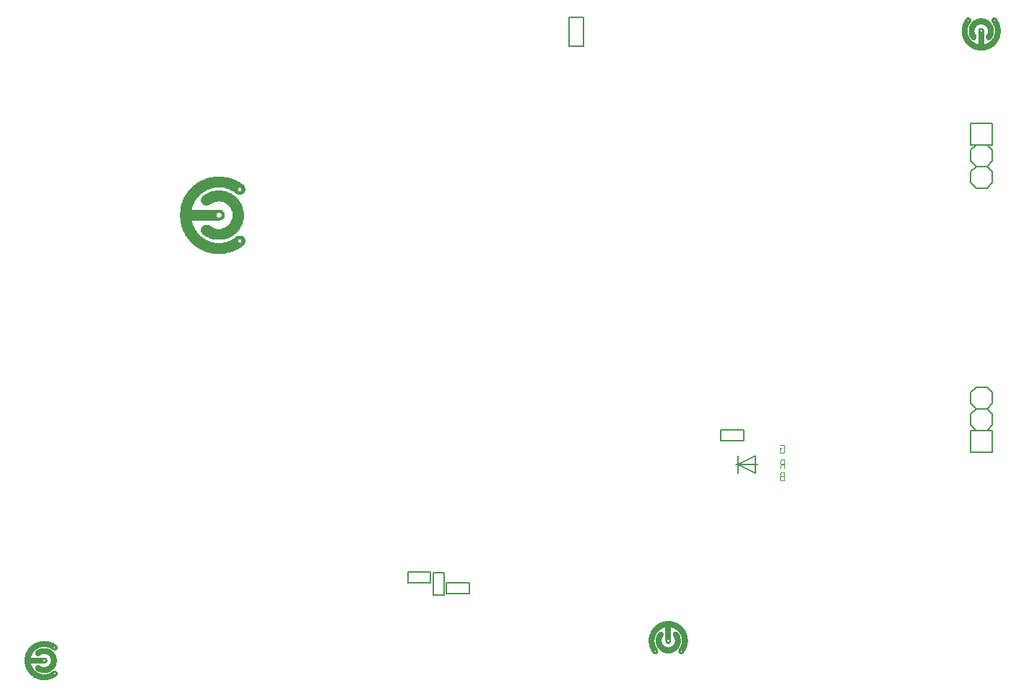
<source format=gbo>
G04 Layer_Color=32896*
%FSLAX44Y44*%
%MOMM*%
G71*
G01*
G75*
%ADD38C,0.2000*%
%ADD69C,0.0254*%
%ADD70C,0.0508*%
G36*
X1063510Y355166D02*
X1063529Y355400D01*
X1063627Y355829D01*
X1063783Y356219D01*
X1063958Y356531D01*
X1064134Y356804D01*
X1064270Y356999D01*
X1064348Y357058D01*
X1064387Y357117D01*
X1064407Y357136D01*
X1064426Y357155D01*
X1064602Y357312D01*
X1064778Y357468D01*
X1065168Y357702D01*
X1065538Y357858D01*
X1065889Y357975D01*
X1066182Y358053D01*
X1066319Y358072D01*
X1066436D01*
X1066514Y358092D01*
X1066592D01*
X1066631D01*
X1066650D01*
X1069284D01*
X1069459Y358072D01*
X1069576Y358014D01*
X1069674Y357916D01*
X1069732Y357838D01*
X1069771Y357741D01*
X1069791Y357643D01*
Y348085D01*
X1069771Y347909D01*
X1069713Y347792D01*
X1069615Y347695D01*
X1069518Y347636D01*
X1069440Y347597D01*
X1069342Y347577D01*
X1069284D01*
X1069264D01*
X1069089Y347597D01*
X1068952Y347655D01*
X1068874Y347753D01*
X1068796Y347850D01*
X1068757Y347929D01*
X1068737Y348026D01*
Y351791D01*
X1066650D01*
X1066572D01*
X1066514D01*
X1066475Y351772D01*
X1066455D01*
X1064504Y347870D01*
X1064446Y347772D01*
X1064368Y347695D01*
X1064290Y347655D01*
X1064192Y347616D01*
X1064075Y347577D01*
X1064036D01*
X1064017D01*
X1063880Y347597D01*
X1063763Y347655D01*
X1063685Y347714D01*
X1063666Y347733D01*
X1063568Y347850D01*
X1063510Y347968D01*
X1063490Y348046D01*
Y348182D01*
X1063510Y348260D01*
X1063529Y348319D01*
X1063549Y348338D01*
X1065382Y352006D01*
X1065051Y352162D01*
X1064758Y352337D01*
X1064504Y352552D01*
X1064290Y352786D01*
X1064095Y353020D01*
X1063958Y353254D01*
X1063822Y353508D01*
X1063724Y353742D01*
X1063646Y353976D01*
X1063588Y354210D01*
X1063549Y354405D01*
X1063510Y354580D01*
Y354717D01*
X1063490Y354834D01*
Y354932D01*
X1063510Y355166D01*
D02*
G37*
G36*
Y375241D02*
X1063568Y375377D01*
X1063666Y375455D01*
X1063744Y375533D01*
X1063841Y375572D01*
X1063939Y375592D01*
X1063997D01*
X1064017D01*
X1067177D01*
X1067567Y375553D01*
X1067918Y375475D01*
X1068250Y375338D01*
X1068503Y375202D01*
X1068737Y375065D01*
X1068894Y374929D01*
X1068991Y374851D01*
X1069030Y374812D01*
X1069284Y374519D01*
X1069479Y374207D01*
X1069596Y373895D01*
X1069693Y373602D01*
X1069752Y373349D01*
X1069771Y373134D01*
X1069791Y373056D01*
Y367691D01*
X1069752Y367301D01*
X1069674Y366950D01*
X1069557Y366618D01*
X1069401Y366365D01*
X1069264Y366131D01*
X1069147Y365975D01*
X1069069Y365877D01*
X1069030Y365838D01*
X1068737Y365585D01*
X1068425Y365390D01*
X1068113Y365272D01*
X1067821Y365175D01*
X1067567Y365116D01*
X1067352Y365097D01*
X1067274Y365077D01*
X1067216D01*
X1067196D01*
X1067177D01*
X1064017D01*
X1063841Y365097D01*
X1063705Y365155D01*
X1063627Y365233D01*
X1063549Y365331D01*
X1063510Y365429D01*
X1063490Y365507D01*
Y370852D01*
X1063510Y371027D01*
X1063568Y371164D01*
X1063666Y371242D01*
X1063744Y371320D01*
X1063841Y371359D01*
X1063939Y371378D01*
X1063997D01*
X1064017D01*
X1065597D01*
X1065772Y371359D01*
X1065909Y371300D01*
X1065987Y371203D01*
X1066065Y371125D01*
X1066104Y371027D01*
X1066124Y370930D01*
Y370852D01*
X1066104Y370676D01*
X1066046Y370539D01*
X1065948Y370461D01*
X1065850Y370383D01*
X1065772Y370344D01*
X1065675Y370325D01*
X1065616D01*
X1065597D01*
X1064543D01*
Y366131D01*
X1067177D01*
X1067411Y366150D01*
X1067626Y366209D01*
X1067821Y366267D01*
X1067977Y366365D01*
X1068113Y366443D01*
X1068211Y366502D01*
X1068269Y366560D01*
X1068289Y366580D01*
X1068445Y366755D01*
X1068542Y366950D01*
X1068620Y367126D01*
X1068679Y367301D01*
X1068718Y367457D01*
X1068737Y367574D01*
Y372958D01*
X1068718Y373192D01*
X1068659Y373407D01*
X1068601Y373602D01*
X1068503Y373758D01*
X1068425Y373895D01*
X1068367Y373992D01*
X1068308Y374051D01*
X1068289Y374070D01*
X1068113Y374226D01*
X1067918Y374343D01*
X1067743Y374421D01*
X1067567Y374480D01*
X1067411Y374519D01*
X1067294Y374538D01*
X1067196D01*
X1067177D01*
X1064017D01*
X1063841Y374558D01*
X1063705Y374616D01*
X1063627Y374714D01*
X1063549Y374812D01*
X1063510Y374889D01*
X1063490Y374987D01*
Y375065D01*
X1063510Y375241D01*
D02*
G37*
G36*
Y336050D02*
X1063549Y336342D01*
X1063627Y336635D01*
X1063724Y336889D01*
X1063841Y337142D01*
X1063958Y337357D01*
X1064095Y337552D01*
X1064231Y337747D01*
X1064387Y337903D01*
X1064524Y338040D01*
X1064641Y338157D01*
X1064758Y338234D01*
X1064855Y338313D01*
X1064934Y338371D01*
X1064973Y338391D01*
X1064992Y338410D01*
X1064817Y338566D01*
X1064660Y338722D01*
X1064543Y338898D01*
X1064426Y339054D01*
X1064251Y339405D01*
X1064134Y339737D01*
X1064075Y340010D01*
X1064036Y340244D01*
X1064017Y340341D01*
Y340458D01*
X1064056Y340868D01*
X1064134Y341219D01*
X1064251Y341531D01*
X1064387Y341804D01*
X1064543Y342038D01*
X1064660Y342195D01*
X1064738Y342292D01*
X1064778Y342331D01*
X1065070Y342585D01*
X1065382Y342780D01*
X1065694Y342916D01*
X1066006Y342994D01*
X1066260Y343053D01*
X1066455Y343072D01*
X1066533Y343092D01*
X1066592D01*
X1066631D01*
X1066650D01*
X1069284D01*
X1069459Y343072D01*
X1069576Y343014D01*
X1069674Y342916D01*
X1069732Y342838D01*
X1069771Y342741D01*
X1069791Y342643D01*
Y333085D01*
X1069771Y332909D01*
X1069713Y332792D01*
X1069635Y332695D01*
X1069537Y332636D01*
X1069440Y332597D01*
X1069362Y332577D01*
X1069303D01*
X1069284D01*
X1066650D01*
X1066416Y332597D01*
X1066182Y332617D01*
X1065753Y332714D01*
X1065363Y332870D01*
X1065051Y333046D01*
X1064778Y333202D01*
X1064582Y333358D01*
X1064524Y333416D01*
X1064465Y333455D01*
X1064446Y333494D01*
X1064426D01*
X1064270Y333670D01*
X1064114Y333845D01*
X1063880Y334236D01*
X1063724Y334606D01*
X1063607Y334957D01*
X1063529Y335250D01*
X1063510Y335387D01*
Y335504D01*
X1063490Y335601D01*
Y335718D01*
X1063510Y336050D01*
D02*
G37*
%LPC*%
G36*
X1064543Y355088D02*
Y354932D01*
X1064563Y354619D01*
X1064641Y354327D01*
X1064738Y354073D01*
X1064855Y353859D01*
X1064973Y353683D01*
X1065070Y353566D01*
X1065148Y353469D01*
X1065168Y353449D01*
X1065402Y353254D01*
X1065655Y353098D01*
X1065909Y353000D01*
X1066143Y352922D01*
X1066338Y352883D01*
X1066494Y352864D01*
X1066611Y352844D01*
X1066631D01*
X1066650D01*
X1068737D01*
Y357038D01*
X1066650D01*
X1066338Y357019D01*
X1066046Y356941D01*
X1065792Y356843D01*
X1065577Y356726D01*
X1065402Y356609D01*
X1065285Y356512D01*
X1065187Y356434D01*
X1065168Y356414D01*
X1064953Y356180D01*
X1064797Y355927D01*
X1064699Y355673D01*
X1064621Y355439D01*
X1064582Y355244D01*
X1064543Y355088D01*
D02*
G37*
G36*
X1065070Y340575D02*
Y340458D01*
X1065090Y340224D01*
X1065148Y340010D01*
X1065226Y339815D01*
X1065304Y339639D01*
X1065382Y339502D01*
X1065460Y339405D01*
X1065519Y339346D01*
X1065538Y339327D01*
X1065714Y339171D01*
X1065909Y339073D01*
X1066104Y338995D01*
X1066260Y338937D01*
X1066416Y338898D01*
X1066533Y338878D01*
X1066631D01*
X1066650D01*
X1068737D01*
Y342038D01*
X1066650D01*
X1066416Y342019D01*
X1066201Y341960D01*
X1066006Y341882D01*
X1065850Y341804D01*
X1065714Y341726D01*
X1065616Y341648D01*
X1065558Y341590D01*
X1065538Y341570D01*
X1065382Y341395D01*
X1065265Y341200D01*
X1065187Y341005D01*
X1065129Y340849D01*
X1065090Y340692D01*
X1065070Y340575D01*
D02*
G37*
G36*
X1064543Y335874D02*
Y335718D01*
X1064563Y335406D01*
X1064641Y335113D01*
X1064738Y334860D01*
X1064855Y334645D01*
X1064973Y334470D01*
X1065070Y334353D01*
X1065148Y334255D01*
X1065168Y334236D01*
X1065402Y334040D01*
X1065655Y333884D01*
X1065909Y333787D01*
X1066143Y333709D01*
X1066338Y333670D01*
X1066494Y333650D01*
X1066611Y333631D01*
X1066631D01*
X1066650D01*
X1068737D01*
Y337825D01*
X1066650D01*
X1066338Y337805D01*
X1066046Y337727D01*
X1065792Y337630D01*
X1065577Y337513D01*
X1065402Y337396D01*
X1065285Y337298D01*
X1065187Y337220D01*
X1065168Y337201D01*
X1064953Y336967D01*
X1064797Y336713D01*
X1064699Y336459D01*
X1064621Y336225D01*
X1064582Y336030D01*
X1064543Y335874D01*
D02*
G37*
%LPD*%
D38*
X1293910Y702258D02*
X1287560Y695908D01*
Y683208D01*
X1293910Y676858D01*
X1306610D01*
X1312960Y683208D02*
X1306610Y676858D01*
X1312960Y695908D02*
Y683208D01*
X1306610Y702258D02*
X1312960Y695908D01*
Y753058D02*
Y727658D01*
X1306610D02*
X1312960Y721308D01*
Y708608D01*
X1306610Y702258D01*
X1293910D02*
X1306610D01*
X1287560Y708608D02*
X1293910Y702258D01*
X1287560Y721308D02*
Y708608D01*
X1293910Y727658D02*
X1287560Y721308D01*
Y753058D02*
X1312960D01*
X1287560Y727658D02*
X1312960D01*
X1287560Y753058D02*
Y727658D01*
X1312960Y424008D02*
X1306610Y417658D01*
X1312960Y436708D02*
Y424008D01*
X1306610Y443058D02*
X1312960Y436708D01*
X1293910Y443058D02*
X1306610D01*
X1293910D02*
X1287560Y436708D01*
Y424008D01*
X1293910Y417658D01*
X1287560Y392258D02*
Y366858D01*
Y398608D02*
X1293910Y392258D01*
X1287560Y411308D02*
Y398608D01*
X1293910Y417658D02*
X1287560Y411308D01*
X1293910Y417658D02*
X1306610D01*
X1312960Y411308D01*
Y398608D01*
X1306610Y392258D01*
X1287560Y366858D02*
X1312960D01*
X1287560Y392258D02*
X1312960D01*
Y366858D01*
X816740Y843042D02*
Y877042D01*
X833240Y843042D02*
Y877042D01*
X816740D01*
X833240Y843042D02*
X816740D01*
X669750Y225500D02*
Y199000D01*
X657250Y225500D02*
Y199000D01*
X669750D01*
X657250Y225500D02*
X669750D01*
X627500Y226250D02*
X654000D01*
X627500Y213750D02*
X654000D01*
Y226250D02*
Y213750D01*
X627500Y226250D02*
Y213750D01*
X673000Y201000D02*
X699500D01*
X673000Y213500D02*
X699500D01*
X673000D02*
Y201000D01*
X699500Y213500D02*
Y201000D01*
X1014791Y342577D02*
Y362577D01*
X1034791Y342577D02*
Y362577D01*
X1037291Y352577D02*
X1012291D01*
X1014791D02*
X1034791Y362577D01*
Y342577D02*
X1014791Y352577D01*
X1021291Y393077D02*
X994791D01*
X1021291Y380577D02*
X994791D01*
X1021291D02*
Y393077D01*
X994791Y380577D02*
Y393077D01*
D69*
X199238Y145082D02*
X202540D01*
X197206Y144828D02*
X204572D01*
X195682Y144574D02*
X205842D01*
X194666Y144320D02*
X206858D01*
X193904Y144066D02*
X207874D01*
X193142Y143812D02*
X208636D01*
X192634Y143558D02*
X209144D01*
X191872Y143304D02*
X209906D01*
X191364Y143050D02*
X210414D01*
X190856Y142796D02*
X210922D01*
X190348Y142542D02*
X211430D01*
X189840Y142288D02*
X211938D01*
X189332Y142034D02*
X212446D01*
X189078Y141780D02*
X212700D01*
X188570Y141526D02*
X213208D01*
X188062Y141272D02*
X213462D01*
X187808Y141018D02*
X213970D01*
X187554Y140764D02*
X214224D01*
X187046Y140510D02*
X214478D01*
X186792Y140256D02*
X214986D01*
X186538Y140002D02*
X215240D01*
X186284Y139748D02*
X215494D01*
X185776Y139494D02*
X215748D01*
X185522Y139240D02*
X215748D01*
X185268Y138986D02*
X216002D01*
X213716Y138732D02*
X216002D01*
X203556D02*
X212700D01*
X185014D02*
X198222D01*
X213970Y138478D02*
X216256D01*
X204826D02*
X212192D01*
X184760D02*
X196952D01*
X214224Y138224D02*
X216256D01*
X205588D02*
X212192D01*
X184506D02*
X195936D01*
X214224Y137970D02*
X216256D01*
X206350D02*
X211938D01*
X184252D02*
X195174D01*
X214224Y137716D02*
X216256D01*
X207112D02*
X211938D01*
X183998D02*
X194666D01*
X214224Y137462D02*
X216256D01*
X207620D02*
X211938D01*
X183998D02*
X194158D01*
X214224Y137208D02*
X216256D01*
X208128D02*
X211938D01*
X183744D02*
X193650D01*
X213970Y136954D02*
X216256D01*
X208636D02*
X212192D01*
X183490D02*
X193142D01*
X213716Y136700D02*
X216002D01*
X209144D02*
X212446D01*
X198222D02*
X203556D01*
X183236D02*
X192634D01*
X209652Y136446D02*
X216002D01*
X196952D02*
X204572D01*
X182982D02*
X192126D01*
X209906Y136192D02*
X215748D01*
X196190D02*
X205588D01*
X182728D02*
X191872D01*
X210414Y135938D02*
X215748D01*
X195428D02*
X206096D01*
X182728D02*
X191364D01*
X210668Y135684D02*
X215494D01*
X194920D02*
X206858D01*
X182474D02*
X191110D01*
X210922Y135430D02*
X215240D01*
X194412D02*
X207366D01*
X182220D02*
X190856D01*
X211430Y135176D02*
X214986D01*
X193904D02*
X207874D01*
X182220D02*
X190348D01*
X211684Y134922D02*
X214478D01*
X193396D02*
X208128D01*
X181966D02*
X190094D01*
X212446Y134668D02*
X213716D01*
X192888D02*
X208636D01*
X181712D02*
X189840D01*
X192634Y134414D02*
X209144D01*
X181712D02*
X189586D01*
X192380Y134160D02*
X209398D01*
X181458D02*
X189332D01*
X191872Y133906D02*
X209652D01*
X181204D02*
X189078D01*
X191618Y133652D02*
X209906D01*
X181204D02*
X188824D01*
X191364Y133398D02*
X210414D01*
X180950D02*
X188570D01*
X191110Y133144D02*
X210668D01*
X180950D02*
X188316D01*
X191110Y132890D02*
X210922D01*
X180696D02*
X188062D01*
X190856Y132636D02*
X211176D01*
X180696D02*
X188062D01*
X190856Y132382D02*
X211430D01*
X180442D02*
X187808D01*
X190602Y132128D02*
X211684D01*
X180442D02*
X187554D01*
X190602Y131874D02*
X211938D01*
X180188D02*
X187300D01*
X190602Y131620D02*
X211938D01*
X180188D02*
X187300D01*
X190602Y131366D02*
X212192D01*
X179934D02*
X187046D01*
X190602Y131112D02*
X212446D01*
X179934D02*
X186792D01*
X190602Y130858D02*
X212700D01*
X179934D02*
X186792D01*
X202286Y130604D02*
X212700D01*
X190602D02*
X199238D01*
X179680D02*
X186538D01*
X203302Y130350D02*
X212954D01*
X190856D02*
X198222D01*
X179680D02*
X186538D01*
X204064Y130096D02*
X213208D01*
X190856D02*
X197714D01*
X179426D02*
X186284D01*
X204572Y129842D02*
X213208D01*
X190856D02*
X197206D01*
X179426D02*
X186284D01*
X205080Y129588D02*
X213462D01*
X191110D02*
X196698D01*
X179426D02*
X186030D01*
X205334Y129334D02*
X213462D01*
X191364D02*
X196190D01*
X179172D02*
X186030D01*
X205842Y129080D02*
X213716D01*
X191618D02*
X195936D01*
X179172D02*
X185776D01*
X206096Y128826D02*
X213716D01*
X191872D02*
X195428D01*
X179172D02*
X185776D01*
X206350Y128572D02*
X213970D01*
X192380D02*
X195174D01*
X179172D02*
X185522D01*
X206604Y128318D02*
X213970D01*
X192888D02*
X194412D01*
X178918D02*
X185522D01*
X206858Y128064D02*
X214224D01*
X178918D02*
X185522D01*
X207112Y127810D02*
X214224D01*
X178918D02*
X185268D01*
X207366Y127556D02*
X214478D01*
X178918D02*
X185268D01*
X207620Y127302D02*
X214478D01*
X178664D02*
X185268D01*
X207620Y127048D02*
X214478D01*
X178664D02*
X185014D01*
X207874Y126794D02*
X214732D01*
X178664D02*
X185014D01*
X207874Y126540D02*
X214732D01*
X178664D02*
X185014D01*
X208128Y126286D02*
X214732D01*
X178664D02*
X184760D01*
X208382Y126032D02*
X214732D01*
X178410D02*
X184760D01*
X208382Y125778D02*
X214986D01*
X178410D02*
X184760D01*
X208382Y125524D02*
X214986D01*
X178410D02*
X201524D01*
X208636Y125270D02*
X214986D01*
X178410D02*
X202286D01*
X208636Y125016D02*
X214986D01*
X178410D02*
X202794D01*
X208636Y124762D02*
X214986D01*
X178410D02*
X203048D01*
X208890Y124508D02*
X215240D01*
X178410D02*
X203302D01*
X208890Y124254D02*
X215240D01*
X178410D02*
X203556D01*
X208890Y124000D02*
X215240D01*
X201524D02*
X203556D01*
X178410D02*
X200000D01*
X208890Y123746D02*
X215240D01*
X202032D02*
X203810D01*
X178156D02*
X199746D01*
X208890Y123492D02*
X215240D01*
X202286D02*
X203810D01*
X178156D02*
X199492D01*
X209144Y123238D02*
X215240D01*
X202286D02*
X204064D01*
X178156D02*
X199492D01*
X209144Y122984D02*
X215240D01*
X202540D02*
X204064D01*
X178156D02*
X199238D01*
X209144Y122730D02*
X215240D01*
X202540D02*
X204064D01*
X178156D02*
X199238D01*
X209144Y122476D02*
X215240D01*
X202540D02*
X204064D01*
X178156D02*
X199238D01*
X209144Y122222D02*
X215240D01*
X202540D02*
X204064D01*
X178156D02*
X199238D01*
X209144Y121968D02*
X215240D01*
X202540D02*
X204064D01*
X178156D02*
X199238D01*
X208890Y121714D02*
X215240D01*
X202286D02*
X203810D01*
X178156D02*
X199492D01*
X208890Y121460D02*
X215240D01*
X202032D02*
X203810D01*
X178156D02*
X199492D01*
X208890Y121206D02*
X215240D01*
X201778D02*
X203810D01*
X178410D02*
X200000D01*
X208890Y120952D02*
X215240D01*
X201270D02*
X203556D01*
X178410D02*
X200254D01*
X208890Y120698D02*
X215240D01*
X178410D02*
X203556D01*
X208890Y120444D02*
X214986D01*
X178410D02*
X203302D01*
X208636Y120190D02*
X214986D01*
X178410D02*
X203048D01*
X208636Y119936D02*
X214986D01*
X178410D02*
X202794D01*
X208636Y119682D02*
X214986D01*
X178410D02*
X202286D01*
X208382Y119428D02*
X214986D01*
X178410D02*
X201270D01*
X208382Y119174D02*
X214986D01*
X178410D02*
X184760D01*
X208128Y118920D02*
X214732D01*
X178410D02*
X184760D01*
X208128Y118666D02*
X214732D01*
X178664D02*
X185014D01*
X207874Y118412D02*
X214732D01*
X178664D02*
X185014D01*
X207874Y118158D02*
X214478D01*
X178664D02*
X185014D01*
X207620Y117904D02*
X214478D01*
X178664D02*
X185014D01*
X207366Y117650D02*
X214478D01*
X178664D02*
X185268D01*
X207112Y117396D02*
X214224D01*
X178918D02*
X185268D01*
X207112Y117142D02*
X214224D01*
X178918D02*
X185268D01*
X206858Y116888D02*
X214224D01*
X178918D02*
X185522D01*
X206604Y116634D02*
X213970D01*
X192634D02*
X194666D01*
X178918D02*
X185522D01*
X206350Y116380D02*
X213970D01*
X192126D02*
X195428D01*
X179172D02*
X185776D01*
X205842Y116126D02*
X213716D01*
X191618D02*
X195682D01*
X179172D02*
X185776D01*
X205588Y115872D02*
X213716D01*
X191364D02*
X195936D01*
X179172D02*
X185776D01*
X205334Y115618D02*
X213462D01*
X191364D02*
X196444D01*
X179426D02*
X186030D01*
X204826Y115364D02*
X213462D01*
X191110D02*
X196698D01*
X179426D02*
X186030D01*
X204318Y115110D02*
X213208D01*
X190856D02*
X197206D01*
X179426D02*
X186284D01*
X203810Y114856D02*
X212954D01*
X190856D02*
X197968D01*
X179680D02*
X186284D01*
X203048Y114602D02*
X212954D01*
X190856D02*
X198730D01*
X179680D02*
X186538D01*
X201778Y114348D02*
X212700D01*
X190602D02*
X200000D01*
X179680D02*
X186538D01*
X190602Y114094D02*
X212446D01*
X179934D02*
X186792D01*
X190602Y113840D02*
X212446D01*
X179934D02*
X187046D01*
X190602Y113586D02*
X212192D01*
X180188D02*
X187046D01*
X190602Y113332D02*
X211938D01*
X180188D02*
X187300D01*
X190602Y113078D02*
X211684D01*
X180188D02*
X187554D01*
X190856Y112824D02*
X211430D01*
X180442D02*
X187554D01*
X190856Y112570D02*
X211176D01*
X180442D02*
X187808D01*
X190856Y112316D02*
X210922D01*
X180696D02*
X188062D01*
X191110Y112062D02*
X210668D01*
X180696D02*
X188316D01*
X191364Y111808D02*
X210414D01*
X180950D02*
X188570D01*
X191364Y111554D02*
X210160D01*
X181204D02*
X188570D01*
X191872Y111300D02*
X209906D01*
X181204D02*
X188824D01*
X192126Y111046D02*
X209652D01*
X181458D02*
X189078D01*
X192380Y110792D02*
X209144D01*
X181458D02*
X189332D01*
X192888Y110538D02*
X208890D01*
X181712D02*
X189586D01*
X212192Y110284D02*
X214224D01*
X193142D02*
X208382D01*
X181966D02*
X189840D01*
X211430Y110030D02*
X214732D01*
X193650D02*
X208128D01*
X181966D02*
X190348D01*
X211176Y109776D02*
X214986D01*
X194158D02*
X207620D01*
X182220D02*
X190602D01*
X210922Y109522D02*
X215494D01*
X194666D02*
X207112D01*
X182474D02*
X190856D01*
X210414Y109268D02*
X215494D01*
X195174D02*
X206604D01*
X182474D02*
X191110D01*
X210160Y109014D02*
X215748D01*
X195682D02*
X205842D01*
X182728D02*
X191618D01*
X209652Y108760D02*
X216002D01*
X196444D02*
X205080D01*
X182982D02*
X191872D01*
X213716Y108506D02*
X216002D01*
X209398D02*
X212700D01*
X197460D02*
X204318D01*
X183236D02*
X192380D01*
X213970Y108252D02*
X216002D01*
X208890D02*
X212192D01*
X198730D02*
X202794D01*
X183236D02*
X192888D01*
X214224Y107998D02*
X216256D01*
X208382D02*
X212192D01*
X183490D02*
X193142D01*
X214224Y107744D02*
X216256D01*
X207874D02*
X211938D01*
X183744D02*
X193650D01*
X214224Y107490D02*
X216256D01*
X207366D02*
X211938D01*
X183998D02*
X194412D01*
X214224Y107236D02*
X216256D01*
X206858D02*
X211938D01*
X184252D02*
X194920D01*
X214224Y106982D02*
X216256D01*
X206096D02*
X211938D01*
X184506D02*
X195682D01*
X213970Y106728D02*
X216256D01*
X205334D02*
X212192D01*
X184760D02*
X196444D01*
X213716Y106474D02*
X216002D01*
X204318D02*
X212446D01*
X185014D02*
X197460D01*
X202794Y106220D02*
X216002D01*
X185268D02*
X198984D01*
X185522Y105966D02*
X216002D01*
X185776Y105712D02*
X215748D01*
X186030Y105458D02*
X215494D01*
X186284Y105204D02*
X215494D01*
X186538Y104950D02*
X215240D01*
X187046Y104696D02*
X214732D01*
X187300Y104442D02*
X214478D01*
X187554Y104188D02*
X214224D01*
X188062Y103934D02*
X213716D01*
X188316Y103680D02*
X213462D01*
X188824Y103426D02*
X212954D01*
X189078Y103172D02*
X212700D01*
X189586Y102918D02*
X212192D01*
X190094Y102664D02*
X211684D01*
X190602Y102410D02*
X211176D01*
X191110Y102156D02*
X210668D01*
X191618Y101902D02*
X210160D01*
X192126Y101648D02*
X209652D01*
X192888Y101394D02*
X208890D01*
X193396Y101140D02*
X208128D01*
X194158Y100886D02*
X207366D01*
X195174Y100632D02*
X206604D01*
X196190Y100378D02*
X205334D01*
X197714Y100124D02*
X203810D01*
X1276876Y860042D02*
Y863344D01*
X1277130Y858010D02*
Y865376D01*
X1277384Y856486D02*
Y866646D01*
X1277638Y855470D02*
Y867662D01*
X1277892Y854708D02*
Y868678D01*
X1278146Y853946D02*
Y869440D01*
X1278400Y853438D02*
Y869948D01*
X1278654Y852676D02*
Y870710D01*
X1278908Y852168D02*
Y871218D01*
X1279162Y851660D02*
Y871726D01*
X1279416Y851152D02*
Y872234D01*
X1279670Y850644D02*
Y872742D01*
X1279924Y850136D02*
Y873250D01*
X1280178Y849882D02*
Y873504D01*
X1280432Y849374D02*
Y874012D01*
X1280686Y848866D02*
Y874266D01*
X1280940Y848612D02*
Y874774D01*
X1281194Y848358D02*
Y875028D01*
X1281448Y847850D02*
Y875282D01*
X1281702Y847596D02*
Y875790D01*
X1281956Y847342D02*
Y876044D01*
X1282210Y847088D02*
Y876298D01*
X1282464Y846580D02*
Y876552D01*
X1282718Y846326D02*
Y876552D01*
X1282972Y846072D02*
Y876806D01*
X1283226Y874520D02*
Y876806D01*
Y864360D02*
Y873504D01*
Y845818D02*
Y859026D01*
X1283480Y874774D02*
Y877060D01*
Y865630D02*
Y872996D01*
Y845564D02*
Y857756D01*
X1283734Y875028D02*
Y877060D01*
Y866392D02*
Y872996D01*
Y845310D02*
Y856740D01*
X1283988Y875028D02*
Y877060D01*
Y867154D02*
Y872742D01*
Y845056D02*
Y855978D01*
X1284242Y875028D02*
Y877060D01*
Y867916D02*
Y872742D01*
Y844802D02*
Y855470D01*
X1284496Y875028D02*
Y877060D01*
Y868424D02*
Y872742D01*
Y844802D02*
Y854962D01*
X1284750Y875028D02*
Y877060D01*
Y868932D02*
Y872742D01*
Y844548D02*
Y854454D01*
X1285004Y874774D02*
Y877060D01*
Y869440D02*
Y872996D01*
Y844294D02*
Y853946D01*
X1285258Y874520D02*
Y876806D01*
Y869948D02*
Y873250D01*
Y859026D02*
Y864360D01*
Y844040D02*
Y853438D01*
X1285512Y870456D02*
Y876806D01*
Y857756D02*
Y865376D01*
Y843786D02*
Y852930D01*
X1285766Y870710D02*
Y876552D01*
Y856994D02*
Y866392D01*
Y843532D02*
Y852676D01*
X1286020Y871218D02*
Y876552D01*
Y856232D02*
Y866900D01*
Y843532D02*
Y852168D01*
X1286274Y871472D02*
Y876298D01*
Y855724D02*
Y867662D01*
Y843278D02*
Y851914D01*
X1286528Y871726D02*
Y876044D01*
Y855216D02*
Y868170D01*
Y843024D02*
Y851660D01*
X1286782Y872234D02*
Y875790D01*
Y854708D02*
Y868678D01*
Y843024D02*
Y851152D01*
X1287036Y872488D02*
Y875282D01*
Y854200D02*
Y868932D01*
Y842770D02*
Y850898D01*
X1287290Y873250D02*
Y874520D01*
Y853692D02*
Y869440D01*
Y842516D02*
Y850644D01*
X1287544Y853438D02*
Y869948D01*
Y842516D02*
Y850390D01*
X1287798Y853184D02*
Y870202D01*
Y842262D02*
Y850136D01*
X1288052Y852676D02*
Y870456D01*
Y842008D02*
Y849882D01*
X1288306Y852422D02*
Y870710D01*
Y842008D02*
Y849628D01*
X1288560Y852168D02*
Y871218D01*
Y841754D02*
Y849374D01*
X1288814Y851914D02*
Y871472D01*
Y841754D02*
Y849120D01*
X1289068Y851914D02*
Y871726D01*
Y841500D02*
Y848866D01*
X1289322Y851660D02*
Y871980D01*
Y841500D02*
Y848866D01*
X1289576Y851660D02*
Y872234D01*
Y841246D02*
Y848612D01*
X1289830Y851406D02*
Y872488D01*
Y841246D02*
Y848358D01*
X1290084Y851406D02*
Y872742D01*
Y840992D02*
Y848104D01*
X1290338Y851406D02*
Y872742D01*
Y840992D02*
Y848104D01*
X1290592Y851406D02*
Y872996D01*
Y840738D02*
Y847850D01*
X1290846Y851406D02*
Y873250D01*
Y840738D02*
Y847596D01*
X1291100Y851406D02*
Y873504D01*
Y840738D02*
Y847596D01*
X1291354Y863090D02*
Y873504D01*
Y851406D02*
Y860042D01*
Y840484D02*
Y847342D01*
X1291608Y864106D02*
Y873758D01*
Y851660D02*
Y859026D01*
Y840484D02*
Y847342D01*
X1291862Y864868D02*
Y874012D01*
Y851660D02*
Y858518D01*
Y840230D02*
Y847088D01*
X1292116Y865376D02*
Y874012D01*
Y851660D02*
Y858010D01*
Y840230D02*
Y847088D01*
X1292370Y865884D02*
Y874266D01*
Y851914D02*
Y857502D01*
Y840230D02*
Y846834D01*
X1292624Y866138D02*
Y874266D01*
Y852168D02*
Y856994D01*
Y839976D02*
Y846834D01*
X1292878Y866646D02*
Y874520D01*
Y852422D02*
Y856740D01*
Y839976D02*
Y846580D01*
X1293132Y866900D02*
Y874520D01*
Y852676D02*
Y856232D01*
Y839976D02*
Y846580D01*
X1293386Y867154D02*
Y874774D01*
Y853184D02*
Y855978D01*
Y839976D02*
Y846326D01*
X1293640Y867408D02*
Y874774D01*
Y853692D02*
Y855216D01*
Y839722D02*
Y846326D01*
X1293894Y867662D02*
Y875028D01*
Y839722D02*
Y846326D01*
X1294148Y867916D02*
Y875028D01*
Y839722D02*
Y846072D01*
X1294402Y868170D02*
Y875282D01*
Y839722D02*
Y846072D01*
X1294656Y868424D02*
Y875282D01*
Y839468D02*
Y846072D01*
X1294910Y868424D02*
Y875282D01*
Y839468D02*
Y845818D01*
X1295164Y868678D02*
Y875536D01*
Y839468D02*
Y845818D01*
X1295418Y868678D02*
Y875536D01*
Y839468D02*
Y845818D01*
X1295672Y868932D02*
Y875536D01*
Y839468D02*
Y845564D01*
X1295926Y869186D02*
Y875536D01*
Y839214D02*
Y845564D01*
X1296180Y869186D02*
Y875790D01*
Y839214D02*
Y845564D01*
X1296434Y869186D02*
Y875790D01*
Y839214D02*
Y862328D01*
X1296688Y869440D02*
Y875790D01*
Y839214D02*
Y863090D01*
X1296942Y869440D02*
Y875790D01*
Y839214D02*
Y863598D01*
X1297196Y869440D02*
Y875790D01*
Y839214D02*
Y863852D01*
X1297450Y869694D02*
Y876044D01*
Y839214D02*
Y864106D01*
X1297704Y869694D02*
Y876044D01*
Y839214D02*
Y864360D01*
X1297958Y869694D02*
Y876044D01*
Y862328D02*
Y864360D01*
Y839214D02*
Y860804D01*
X1298212Y869694D02*
Y876044D01*
Y862836D02*
Y864614D01*
Y838960D02*
Y860550D01*
X1298466Y869694D02*
Y876044D01*
Y863090D02*
Y864614D01*
Y838960D02*
Y860296D01*
X1298720Y869948D02*
Y876044D01*
Y863090D02*
Y864868D01*
Y838960D02*
Y860296D01*
X1298974Y869948D02*
Y876044D01*
Y863344D02*
Y864868D01*
Y838960D02*
Y860042D01*
X1299228Y869948D02*
Y876044D01*
Y863344D02*
Y864868D01*
Y838960D02*
Y860042D01*
X1299482Y869948D02*
Y876044D01*
Y863344D02*
Y864868D01*
Y838960D02*
Y860042D01*
X1299736Y869948D02*
Y876044D01*
Y863344D02*
Y864868D01*
Y838960D02*
Y860042D01*
X1299990Y869948D02*
Y876044D01*
Y863344D02*
Y864868D01*
Y838960D02*
Y860042D01*
X1300244Y869694D02*
Y876044D01*
Y863090D02*
Y864614D01*
Y838960D02*
Y860296D01*
X1300498Y869694D02*
Y876044D01*
Y862836D02*
Y864614D01*
Y838960D02*
Y860296D01*
X1300752Y869694D02*
Y876044D01*
Y862582D02*
Y864614D01*
Y839214D02*
Y860804D01*
X1301006Y869694D02*
Y876044D01*
Y862074D02*
Y864360D01*
Y839214D02*
Y861058D01*
X1301260Y869694D02*
Y876044D01*
Y839214D02*
Y864360D01*
X1301514Y869694D02*
Y875790D01*
Y839214D02*
Y864106D01*
X1301768Y869440D02*
Y875790D01*
Y839214D02*
Y863852D01*
X1302022Y869440D02*
Y875790D01*
Y839214D02*
Y863598D01*
X1302276Y869440D02*
Y875790D01*
Y839214D02*
Y863090D01*
X1302530Y869186D02*
Y875790D01*
Y839214D02*
Y862074D01*
X1302784Y869186D02*
Y875790D01*
Y839214D02*
Y845564D01*
X1303038Y868932D02*
Y875536D01*
Y839214D02*
Y845564D01*
X1303292Y868932D02*
Y875536D01*
Y839468D02*
Y845818D01*
X1303546Y868678D02*
Y875536D01*
Y839468D02*
Y845818D01*
X1303800Y868678D02*
Y875282D01*
Y839468D02*
Y845818D01*
X1304054Y868424D02*
Y875282D01*
Y839468D02*
Y845818D01*
X1304308Y868170D02*
Y875282D01*
Y839468D02*
Y846072D01*
X1304562Y867916D02*
Y875028D01*
Y839722D02*
Y846072D01*
X1304816Y867916D02*
Y875028D01*
Y839722D02*
Y846072D01*
X1305070Y867662D02*
Y875028D01*
Y839722D02*
Y846326D01*
X1305324Y867408D02*
Y874774D01*
Y853438D02*
Y855470D01*
Y839722D02*
Y846326D01*
X1305578Y867154D02*
Y874774D01*
Y852930D02*
Y856232D01*
Y839976D02*
Y846580D01*
X1305832Y866646D02*
Y874520D01*
Y852422D02*
Y856486D01*
Y839976D02*
Y846580D01*
X1306086Y866392D02*
Y874520D01*
Y852168D02*
Y856740D01*
Y839976D02*
Y846580D01*
X1306340Y866138D02*
Y874266D01*
Y852168D02*
Y857248D01*
Y840230D02*
Y846834D01*
X1306594Y865630D02*
Y874266D01*
Y851914D02*
Y857502D01*
Y840230D02*
Y846834D01*
X1306848Y865122D02*
Y874012D01*
Y851660D02*
Y858010D01*
Y840230D02*
Y847088D01*
X1307102Y864614D02*
Y873758D01*
Y851660D02*
Y858772D01*
Y840484D02*
Y847088D01*
X1307356Y863852D02*
Y873758D01*
Y851660D02*
Y859534D01*
Y840484D02*
Y847342D01*
X1307610Y862582D02*
Y873504D01*
Y851406D02*
Y860804D01*
Y840484D02*
Y847342D01*
X1307864Y851406D02*
Y873250D01*
Y840738D02*
Y847596D01*
X1308118Y851406D02*
Y873250D01*
Y840738D02*
Y847850D01*
X1308372Y851406D02*
Y872996D01*
Y840992D02*
Y847850D01*
X1308626Y851406D02*
Y872742D01*
Y840992D02*
Y848104D01*
X1308880Y851406D02*
Y872488D01*
Y840992D02*
Y848358D01*
X1309134Y851660D02*
Y872234D01*
Y841246D02*
Y848358D01*
X1309388Y851660D02*
Y871980D01*
Y841246D02*
Y848612D01*
X1309642Y851660D02*
Y871726D01*
Y841500D02*
Y848866D01*
X1309896Y851914D02*
Y871472D01*
Y841500D02*
Y849120D01*
X1310150Y852168D02*
Y871218D01*
Y841754D02*
Y849374D01*
X1310404Y852168D02*
Y870964D01*
Y842008D02*
Y849374D01*
X1310658Y852676D02*
Y870710D01*
Y842008D02*
Y849628D01*
X1310912Y852930D02*
Y870456D01*
Y842262D02*
Y849882D01*
X1311166Y853184D02*
Y869948D01*
Y842262D02*
Y850136D01*
X1311420Y853692D02*
Y869694D01*
Y842516D02*
Y850390D01*
X1311674Y872996D02*
Y875028D01*
Y853946D02*
Y869186D01*
Y842770D02*
Y850644D01*
X1311928Y872234D02*
Y875536D01*
Y854454D02*
Y868932D01*
Y842770D02*
Y851152D01*
X1312182Y871980D02*
Y875790D01*
Y854962D02*
Y868424D01*
Y843024D02*
Y851406D01*
X1312436Y871726D02*
Y876298D01*
Y855470D02*
Y867916D01*
Y843278D02*
Y851660D01*
X1312690Y871218D02*
Y876298D01*
Y855978D02*
Y867408D01*
Y843278D02*
Y851914D01*
X1312944Y870964D02*
Y876552D01*
Y856486D02*
Y866646D01*
Y843532D02*
Y852422D01*
X1313198Y870456D02*
Y876806D01*
Y857248D02*
Y865884D01*
Y843786D02*
Y852676D01*
X1313452Y874520D02*
Y876806D01*
Y870202D02*
Y873504D01*
Y858264D02*
Y865122D01*
Y844040D02*
Y853184D01*
X1313706Y874774D02*
Y876806D01*
Y869694D02*
Y872996D01*
Y859534D02*
Y863598D01*
Y844040D02*
Y853692D01*
X1313960Y875028D02*
Y877060D01*
Y869186D02*
Y872996D01*
Y844294D02*
Y853946D01*
X1314214Y875028D02*
Y877060D01*
Y868678D02*
Y872742D01*
Y844548D02*
Y854454D01*
X1314468Y875028D02*
Y877060D01*
Y868170D02*
Y872742D01*
Y844802D02*
Y855216D01*
X1314722Y875028D02*
Y877060D01*
Y867662D02*
Y872742D01*
Y845056D02*
Y855724D01*
X1314976Y875028D02*
Y877060D01*
Y866900D02*
Y872742D01*
Y845310D02*
Y856486D01*
X1315230Y874774D02*
Y877060D01*
Y866138D02*
Y872996D01*
Y845564D02*
Y857248D01*
X1315484Y874520D02*
Y876806D01*
Y865122D02*
Y873250D01*
Y845818D02*
Y858264D01*
X1315738Y863598D02*
Y876806D01*
Y846072D02*
Y859788D01*
X1315992Y846326D02*
Y876806D01*
X1316246Y846580D02*
Y876552D01*
X1316500Y846834D02*
Y876298D01*
X1316754Y847088D02*
Y876298D01*
X1317008Y847342D02*
Y876044D01*
X1317262Y847850D02*
Y875536D01*
X1317516Y848104D02*
Y875282D01*
X1317770Y848358D02*
Y875028D01*
X1318024Y848866D02*
Y874520D01*
X1318278Y849120D02*
Y874266D01*
X1318532Y849628D02*
Y873758D01*
X1318786Y849882D02*
Y873504D01*
X1319040Y850390D02*
Y872996D01*
X1319294Y850898D02*
Y872488D01*
X1319548Y851406D02*
Y871980D01*
X1319802Y851914D02*
Y871472D01*
X1320056Y852422D02*
Y870964D01*
X1320310Y852930D02*
Y870456D01*
X1320564Y853692D02*
Y869694D01*
X1320818Y854200D02*
Y868932D01*
X1321072Y854962D02*
Y868170D01*
X1321326Y855978D02*
Y867408D01*
X1321580Y856994D02*
Y866138D01*
X1321834Y858518D02*
Y864614D01*
X955106Y147500D02*
Y144198D01*
X954852Y149532D02*
Y142166D01*
X954598Y151056D02*
Y140896D01*
X954344Y152072D02*
Y139880D01*
X954090Y152834D02*
Y138864D01*
X953836Y153596D02*
Y138102D01*
X953582Y154104D02*
Y137594D01*
X953328Y154866D02*
Y136832D01*
X953074Y155374D02*
Y136324D01*
X952820Y155882D02*
Y135816D01*
X952566Y156390D02*
Y135308D01*
X952312Y156898D02*
Y134800D01*
X952058Y157406D02*
Y134292D01*
X951804Y157660D02*
Y134038D01*
X951550Y158168D02*
Y133530D01*
X951296Y158676D02*
Y133276D01*
X951042Y158930D02*
Y132768D01*
X950788Y159184D02*
Y132514D01*
X950534Y159692D02*
Y132260D01*
X950280Y159946D02*
Y131752D01*
X950026Y160200D02*
Y131498D01*
X949772Y160454D02*
Y131244D01*
X949518Y160962D02*
Y130990D01*
X949264Y161216D02*
Y130990D01*
X949010Y161470D02*
Y130736D01*
X948756Y133022D02*
Y130736D01*
Y143182D02*
Y134038D01*
Y161724D02*
Y148516D01*
X948502Y132768D02*
Y130482D01*
Y141912D02*
Y134546D01*
Y161978D02*
Y149786D01*
X948248Y132514D02*
Y130482D01*
Y141150D02*
Y134546D01*
Y162232D02*
Y150802D01*
X947994Y132514D02*
Y130482D01*
Y140388D02*
Y134800D01*
Y162486D02*
Y151564D01*
X947740Y132514D02*
Y130482D01*
Y139626D02*
Y134800D01*
Y162740D02*
Y152072D01*
X947486Y132514D02*
Y130482D01*
Y139118D02*
Y134800D01*
Y162740D02*
Y152580D01*
X947232Y132514D02*
Y130482D01*
Y138610D02*
Y134800D01*
Y162994D02*
Y153088D01*
X946978Y132768D02*
Y130482D01*
Y138102D02*
Y134546D01*
Y163248D02*
Y153596D01*
X946724Y133022D02*
Y130736D01*
Y137594D02*
Y134292D01*
Y148516D02*
Y143182D01*
Y163502D02*
Y154104D01*
X946470Y137086D02*
Y130736D01*
Y149786D02*
Y142166D01*
Y163756D02*
Y154612D01*
X946216Y136832D02*
Y130990D01*
Y150548D02*
Y141150D01*
Y164010D02*
Y154866D01*
X945962Y136324D02*
Y130990D01*
Y151310D02*
Y140642D01*
Y164010D02*
Y155374D01*
X945708Y136070D02*
Y131244D01*
Y151818D02*
Y139880D01*
Y164264D02*
Y155628D01*
X945454Y135816D02*
Y131498D01*
Y152326D02*
Y139372D01*
Y164518D02*
Y155882D01*
X945200Y135308D02*
Y131752D01*
Y152834D02*
Y138864D01*
Y164518D02*
Y156390D01*
X944946Y135054D02*
Y132260D01*
Y153342D02*
Y138610D01*
Y164772D02*
Y156644D01*
X944692Y134292D02*
Y133022D01*
Y153850D02*
Y138102D01*
Y165026D02*
Y156898D01*
X944438Y154104D02*
Y137594D01*
Y165026D02*
Y157152D01*
X944184Y154358D02*
Y137340D01*
Y165280D02*
Y157406D01*
X943930Y154866D02*
Y137086D01*
Y165534D02*
Y157660D01*
X943676Y155120D02*
Y136832D01*
Y165534D02*
Y157914D01*
X943422Y155374D02*
Y136324D01*
Y165788D02*
Y158168D01*
X943168Y155628D02*
Y136070D01*
Y165788D02*
Y158422D01*
X942914Y155628D02*
Y135816D01*
Y166042D02*
Y158676D01*
X942660Y155882D02*
Y135562D01*
Y166042D02*
Y158676D01*
X942406Y155882D02*
Y135308D01*
Y166296D02*
Y158930D01*
X942152Y156136D02*
Y135054D01*
Y166296D02*
Y159184D01*
X941898Y156136D02*
Y134800D01*
Y166550D02*
Y159438D01*
X941644Y156136D02*
Y134800D01*
Y166550D02*
Y159438D01*
X941390Y156136D02*
Y134546D01*
Y166804D02*
Y159692D01*
X941136Y156136D02*
Y134292D01*
Y166804D02*
Y159946D01*
X940882Y156136D02*
Y134038D01*
Y166804D02*
Y159946D01*
X940628Y144452D02*
Y134038D01*
Y156136D02*
Y147500D01*
Y167058D02*
Y160200D01*
X940374Y143436D02*
Y133784D01*
Y155882D02*
Y148516D01*
Y167058D02*
Y160200D01*
X940120Y142674D02*
Y133530D01*
Y155882D02*
Y149024D01*
Y167312D02*
Y160454D01*
X939866Y142166D02*
Y133530D01*
Y155882D02*
Y149532D01*
Y167312D02*
Y160454D01*
X939612Y141658D02*
Y133276D01*
Y155628D02*
Y150040D01*
Y167312D02*
Y160708D01*
X939358Y141404D02*
Y133276D01*
Y155374D02*
Y150548D01*
Y167566D02*
Y160708D01*
X939104Y140896D02*
Y133022D01*
Y155120D02*
Y150802D01*
Y167566D02*
Y160962D01*
X938850Y140642D02*
Y133022D01*
Y154866D02*
Y151310D01*
Y167566D02*
Y160962D01*
X938596Y140388D02*
Y132768D01*
Y154358D02*
Y151564D01*
Y167566D02*
Y161216D01*
X938342Y140134D02*
Y132768D01*
Y153850D02*
Y152326D01*
Y167820D02*
Y161216D01*
X938088Y139880D02*
Y132514D01*
Y167820D02*
Y161216D01*
X937834Y139626D02*
Y132514D01*
Y167820D02*
Y161470D01*
X937580Y139372D02*
Y132260D01*
Y167820D02*
Y161470D01*
X937326Y139118D02*
Y132260D01*
Y168074D02*
Y161470D01*
X937072Y139118D02*
Y132260D01*
Y168074D02*
Y161724D01*
X936818Y138864D02*
Y132006D01*
Y168074D02*
Y161724D01*
X936564Y138864D02*
Y132006D01*
Y168074D02*
Y161724D01*
X936310Y138610D02*
Y132006D01*
Y168074D02*
Y161978D01*
X936056Y138356D02*
Y132006D01*
Y168328D02*
Y161978D01*
X935802Y138356D02*
Y131752D01*
Y168328D02*
Y161978D01*
X935548Y138356D02*
Y131752D01*
Y168328D02*
Y145214D01*
X935294Y138102D02*
Y131752D01*
Y168328D02*
Y144452D01*
X935040Y138102D02*
Y131752D01*
Y168328D02*
Y143944D01*
X934786Y138102D02*
Y131752D01*
Y168328D02*
Y143690D01*
X934532Y137848D02*
Y131498D01*
Y168328D02*
Y143436D01*
X934278Y137848D02*
Y131498D01*
Y168328D02*
Y143182D01*
X934024Y137848D02*
Y131498D01*
Y145214D02*
Y143182D01*
Y168328D02*
Y146738D01*
X933770Y137848D02*
Y131498D01*
Y144706D02*
Y142928D01*
Y168582D02*
Y146992D01*
X933516Y137848D02*
Y131498D01*
Y144452D02*
Y142928D01*
Y168582D02*
Y147246D01*
X933262Y137594D02*
Y131498D01*
Y144452D02*
Y142674D01*
Y168582D02*
Y147246D01*
X933008Y137594D02*
Y131498D01*
Y144198D02*
Y142674D01*
Y168582D02*
Y147500D01*
X932754Y137594D02*
Y131498D01*
Y144198D02*
Y142674D01*
Y168582D02*
Y147500D01*
X932500Y137594D02*
Y131498D01*
Y144198D02*
Y142674D01*
Y168582D02*
Y147500D01*
X932246Y137594D02*
Y131498D01*
Y144198D02*
Y142674D01*
Y168582D02*
Y147500D01*
X931992Y137594D02*
Y131498D01*
Y144198D02*
Y142674D01*
Y168582D02*
Y147500D01*
X931738Y137848D02*
Y131498D01*
Y144452D02*
Y142928D01*
Y168582D02*
Y147246D01*
X931484Y137848D02*
Y131498D01*
Y144706D02*
Y142928D01*
Y168582D02*
Y147246D01*
X931230Y137848D02*
Y131498D01*
Y144960D02*
Y142928D01*
Y168328D02*
Y146738D01*
X930976Y137848D02*
Y131498D01*
Y145468D02*
Y143182D01*
Y168328D02*
Y146484D01*
X930722Y137848D02*
Y131498D01*
Y168328D02*
Y143182D01*
X930468Y137848D02*
Y131752D01*
Y168328D02*
Y143436D01*
X930214Y138102D02*
Y131752D01*
Y168328D02*
Y143690D01*
X929960Y138102D02*
Y131752D01*
Y168328D02*
Y143944D01*
X929706Y138102D02*
Y131752D01*
Y168328D02*
Y144452D01*
X929452Y138356D02*
Y131752D01*
Y168328D02*
Y145468D01*
X929198Y138356D02*
Y131752D01*
Y168328D02*
Y161978D01*
X928944Y138610D02*
Y132006D01*
Y168328D02*
Y161978D01*
X928690Y138610D02*
Y132006D01*
Y168074D02*
Y161724D01*
X928436Y138864D02*
Y132006D01*
Y168074D02*
Y161724D01*
X928182Y138864D02*
Y132260D01*
Y168074D02*
Y161724D01*
X927928Y139118D02*
Y132260D01*
Y168074D02*
Y161724D01*
X927674Y139372D02*
Y132260D01*
Y168074D02*
Y161470D01*
X927420Y139626D02*
Y132514D01*
Y167820D02*
Y161470D01*
X927166Y139626D02*
Y132514D01*
Y167820D02*
Y161470D01*
X926912Y139880D02*
Y132514D01*
Y167820D02*
Y161216D01*
X926658Y140134D02*
Y132768D01*
Y154104D02*
Y152072D01*
Y167820D02*
Y161216D01*
X926404Y140388D02*
Y132768D01*
Y154612D02*
Y151310D01*
Y167566D02*
Y160962D01*
X926150Y140896D02*
Y133022D01*
Y155120D02*
Y151056D01*
Y167566D02*
Y160962D01*
X925896Y141150D02*
Y133022D01*
Y155374D02*
Y150802D01*
Y167566D02*
Y160962D01*
X925642Y141404D02*
Y133276D01*
Y155374D02*
Y150294D01*
Y167312D02*
Y160708D01*
X925388Y141912D02*
Y133276D01*
Y155628D02*
Y150040D01*
Y167312D02*
Y160708D01*
X925134Y142420D02*
Y133530D01*
Y155882D02*
Y149532D01*
Y167312D02*
Y160454D01*
X924880Y142928D02*
Y133784D01*
Y155882D02*
Y148770D01*
Y167058D02*
Y160454D01*
X924626Y143690D02*
Y133784D01*
Y155882D02*
Y148008D01*
Y167058D02*
Y160200D01*
X924372Y144960D02*
Y134038D01*
Y156136D02*
Y146738D01*
Y167058D02*
Y160200D01*
X924118Y156136D02*
Y134292D01*
Y166804D02*
Y159946D01*
X923864Y156136D02*
Y134292D01*
Y166804D02*
Y159692D01*
X923610Y156136D02*
Y134546D01*
Y166550D02*
Y159692D01*
X923356Y156136D02*
Y134800D01*
Y166550D02*
Y159438D01*
X923102Y156136D02*
Y135054D01*
Y166550D02*
Y159184D01*
X922848Y155882D02*
Y135308D01*
Y166296D02*
Y159184D01*
X922594Y155882D02*
Y135562D01*
Y166296D02*
Y158930D01*
X922340Y155882D02*
Y135816D01*
Y166042D02*
Y158676D01*
X922086Y155628D02*
Y136070D01*
Y166042D02*
Y158422D01*
X921832Y155374D02*
Y136324D01*
Y165788D02*
Y158168D01*
X921578Y155374D02*
Y136578D01*
Y165534D02*
Y158168D01*
X921324Y154866D02*
Y136832D01*
Y165534D02*
Y157914D01*
X921070Y154612D02*
Y137086D01*
Y165280D02*
Y157660D01*
X920816Y154358D02*
Y137594D01*
Y165280D02*
Y157406D01*
X920562Y153850D02*
Y137848D01*
Y165026D02*
Y157152D01*
X920308Y134546D02*
Y132514D01*
Y153596D02*
Y138356D01*
Y164772D02*
Y156898D01*
X920054Y135308D02*
Y132006D01*
Y153088D02*
Y138610D01*
Y164772D02*
Y156390D01*
X919800Y135562D02*
Y131752D01*
Y152580D02*
Y139118D01*
Y164518D02*
Y156136D01*
X919546Y135816D02*
Y131244D01*
Y152072D02*
Y139626D01*
Y164264D02*
Y155882D01*
X919292Y136324D02*
Y131244D01*
Y151564D02*
Y140134D01*
Y164264D02*
Y155628D01*
X919038Y136578D02*
Y130990D01*
Y151056D02*
Y140896D01*
Y164010D02*
Y155120D01*
X918784Y137086D02*
Y130736D01*
Y150294D02*
Y141658D01*
Y163756D02*
Y154866D01*
X918530Y133022D02*
Y130736D01*
Y137340D02*
Y134038D01*
Y149278D02*
Y142420D01*
Y163502D02*
Y154358D01*
X918276Y132768D02*
Y130736D01*
Y137848D02*
Y134546D01*
Y148008D02*
Y143944D01*
Y163502D02*
Y153850D01*
X918022Y132514D02*
Y130482D01*
Y138356D02*
Y134546D01*
Y163248D02*
Y153596D01*
X917768Y132514D02*
Y130482D01*
Y138864D02*
Y134800D01*
Y162994D02*
Y153088D01*
X917514Y132514D02*
Y130482D01*
Y139372D02*
Y134800D01*
Y162740D02*
Y152326D01*
X917260Y132514D02*
Y130482D01*
Y139880D02*
Y134800D01*
Y162486D02*
Y151818D01*
X917006Y132514D02*
Y130482D01*
Y140642D02*
Y134800D01*
Y162232D02*
Y151056D01*
X916752Y132768D02*
Y130482D01*
Y141404D02*
Y134546D01*
Y161978D02*
Y150294D01*
X916498Y133022D02*
Y130736D01*
Y142420D02*
Y134292D01*
Y161724D02*
Y149278D01*
X916244Y143944D02*
Y130736D01*
Y161470D02*
Y147754D01*
X915990Y161216D02*
Y130736D01*
X915736Y160962D02*
Y130990D01*
X915482Y160708D02*
Y131244D01*
X915228Y160454D02*
Y131244D01*
X914974Y160200D02*
Y131498D01*
X914720Y159692D02*
Y132006D01*
X914466Y159438D02*
Y132260D01*
X914212Y159184D02*
Y132514D01*
X913958Y158676D02*
Y133022D01*
X913704Y158422D02*
Y133276D01*
X913450Y157914D02*
Y133784D01*
X913196Y157660D02*
Y134038D01*
X912942Y157152D02*
Y134546D01*
X912688Y156644D02*
Y135054D01*
X912434Y156136D02*
Y135562D01*
X912180Y155628D02*
Y136070D01*
X911926Y155120D02*
Y136578D01*
X911672Y154612D02*
Y137086D01*
X911418Y153850D02*
Y137848D01*
X911164Y153342D02*
Y138610D01*
X910910Y152580D02*
Y139372D01*
X910656Y151564D02*
Y140134D01*
X910402Y150548D02*
Y141404D01*
X910148Y149024D02*
Y142928D01*
D70*
X399396Y690193D02*
X411588D01*
X396348Y689685D02*
X414636D01*
X394316Y689177D02*
X417176D01*
X392284Y688669D02*
X418700D01*
X390760Y688161D02*
X420224D01*
X389744Y687653D02*
X421748D01*
X388220Y687145D02*
X423272D01*
X387204Y686637D02*
X424288D01*
X386188Y686129D02*
X425304D01*
X385172Y685621D02*
X426320D01*
X384156Y685113D02*
X427336D01*
X383140Y684605D02*
X428352D01*
X382124Y684097D02*
X429368D01*
X381616Y683589D02*
X429876D01*
X380600Y683081D02*
X430892D01*
X380092Y682573D02*
X431400D01*
X379076Y682065D02*
X432416D01*
X378568Y681557D02*
X432924D01*
X378060Y681049D02*
X433432D01*
X377044Y680541D02*
X434448D01*
X376536Y680033D02*
X434956D01*
X376028Y679525D02*
X434956D01*
X375520Y679017D02*
X435464D01*
X375012Y678509D02*
X435972D01*
X374504Y678001D02*
X401936D01*
X409556D02*
X435972D01*
X373996Y677493D02*
X398888D01*
X412604D02*
X428860D01*
X431400D02*
X435972D01*
X373488Y676985D02*
X396856D01*
X414636D02*
X428352D01*
X431908D02*
X436480D01*
X372980Y676477D02*
X395332D01*
X416160D02*
X427844D01*
X432416D02*
X436480D01*
X372472Y675969D02*
X393808D01*
X417684D02*
X427844D01*
X432416D02*
X436480D01*
X371964Y675461D02*
X392792D01*
X418700D02*
X427844D01*
X432416D02*
X436480D01*
X371456Y674953D02*
X391268D01*
X419716D02*
X427844D01*
X432416D02*
X436480D01*
X370948Y674445D02*
X390252D01*
X420732D02*
X428352D01*
X432416D02*
X436480D01*
X370440Y673937D02*
X389744D01*
X401428D02*
X409556D01*
X421748D02*
X428352D01*
X431908D02*
X435972D01*
X370440Y673429D02*
X388728D01*
X398888D02*
X412604D01*
X422764D02*
X429368D01*
X431400D02*
X435972D01*
X369932Y672921D02*
X387712D01*
X396856D02*
X414128D01*
X423272D02*
X435972D01*
X369424Y672413D02*
X387204D01*
X395332D02*
X415652D01*
X424288D02*
X435464D01*
X368916Y671905D02*
X386188D01*
X394316D02*
X417176D01*
X424796D02*
X434956D01*
X368916Y671397D02*
X385680D01*
X393300D02*
X418192D01*
X425812D02*
X434956D01*
X368408Y670889D02*
X385172D01*
X392284D02*
X419208D01*
X426320D02*
X433940D01*
X367900Y670381D02*
X384664D01*
X391268D02*
X420224D01*
X426828D02*
X433432D01*
X367900Y669873D02*
X383648D01*
X390252D02*
X420732D01*
X428352D02*
X432416D01*
X367392Y669365D02*
X383140D01*
X389744D02*
X421748D01*
X366884Y668857D02*
X382632D01*
X388728D02*
X422256D01*
X366884Y668349D02*
X382124D01*
X388220D02*
X423272D01*
X366376Y667841D02*
X381616D01*
X387712D02*
X423780D01*
X366376Y667333D02*
X381108D01*
X386696D02*
X424288D01*
X365868Y666825D02*
X381108D01*
X386696D02*
X424796D01*
X365360Y666317D02*
X380600D01*
X386188D02*
X425304D01*
X365360Y665809D02*
X380092D01*
X385680D02*
X425812D01*
X364852Y665301D02*
X379584D01*
X385680D02*
X426320D01*
X364852Y664793D02*
X379076D01*
X385680D02*
X426828D01*
X364344Y664285D02*
X379076D01*
X385172D02*
X427336D01*
X364344Y663777D02*
X378568D01*
X385172D02*
X427844D01*
X364344Y663269D02*
X378060D01*
X385172D02*
X428352D01*
X363836Y662761D02*
X378060D01*
X385172D02*
X428860D01*
X363836Y662253D02*
X377552D01*
X385172D02*
X428860D01*
X363328Y661745D02*
X377044D01*
X385172D02*
X403968D01*
X407524D02*
X429368D01*
X363328Y661237D02*
X377044D01*
X385680D02*
X401428D01*
X410064D02*
X429876D01*
X363328Y660729D02*
X376536D01*
X385680D02*
X399904D01*
X411588D02*
X429876D01*
X362820Y660221D02*
X376536D01*
X385680D02*
X398380D01*
X412604D02*
X430384D01*
X362820Y659713D02*
X376028D01*
X386188D02*
X397364D01*
X413620D02*
X430892D01*
X362820Y659205D02*
X376028D01*
X386696D02*
X396856D01*
X414636D02*
X430892D01*
X362312Y658697D02*
X375520D01*
X386696D02*
X395840D01*
X415144D02*
X431400D01*
X362312Y658189D02*
X375520D01*
X387204D02*
X395332D01*
X415652D02*
X431400D01*
X362312Y657681D02*
X375520D01*
X388220D02*
X394824D01*
X416668D02*
X431908D01*
X361804Y657173D02*
X375012D01*
X389236D02*
X393300D01*
X417176D02*
X431908D01*
X361804Y656665D02*
X375012D01*
X417684D02*
X432416D01*
X361804Y656157D02*
X374504D01*
X418192D02*
X432416D01*
X361804Y655649D02*
X374504D01*
X418192D02*
X432416D01*
X361296Y655141D02*
X374504D01*
X418700D02*
X432924D01*
X361296Y654633D02*
X373996D01*
X419208D02*
X432924D01*
X361296Y654125D02*
X373996D01*
X419716D02*
X432924D01*
X361296Y653617D02*
X373996D01*
X419716D02*
X433432D01*
X361296Y653109D02*
X373996D01*
X420224D02*
X433432D01*
X360788Y652601D02*
X373488D01*
X420224D02*
X433432D01*
X360788Y652093D02*
X373488D01*
X420732D02*
X433940D01*
X360788Y651585D02*
X406508D01*
X420732D02*
X433940D01*
X360788Y651077D02*
X408540D01*
X421240D02*
X433940D01*
X360788Y650569D02*
X409556D01*
X421240D02*
X433940D01*
X360788Y650061D02*
X410064D01*
X421240D02*
X433940D01*
X360788Y649553D02*
X410572D01*
X421748D02*
X433940D01*
X360788Y649045D02*
X411080D01*
X421748D02*
X434448D01*
X360788Y648537D02*
X404476D01*
X406508D02*
X411080D01*
X421748D02*
X434448D01*
X360788Y648029D02*
X403968D01*
X407524D02*
X411588D01*
X421748D02*
X434448D01*
X360280Y647521D02*
X402952D01*
X408032D02*
X411588D01*
X421748D02*
X434448D01*
X360280Y647013D02*
X402952D01*
X408540D02*
X411588D01*
X421748D02*
X434448D01*
X360280Y646505D02*
X402444D01*
X409048D02*
X412096D01*
X422256D02*
X434448D01*
X360280Y645997D02*
X402444D01*
X409048D02*
X412096D01*
X422256D02*
X434448D01*
X360280Y645489D02*
X402444D01*
X409048D02*
X412096D01*
X422256D02*
X434448D01*
X360280Y644981D02*
X402444D01*
X409048D02*
X412096D01*
X422256D02*
X434448D01*
X360280Y644473D02*
X402444D01*
X409048D02*
X412096D01*
X422256D02*
X434448D01*
X360280Y643965D02*
X402952D01*
X408540D02*
X412096D01*
X422256D02*
X434448D01*
X360280Y643457D02*
X402952D01*
X408540D02*
X411588D01*
X421748D02*
X434448D01*
X360280Y642949D02*
X403460D01*
X408032D02*
X411588D01*
X421748D02*
X434448D01*
X360788Y642441D02*
X403968D01*
X407016D02*
X411080D01*
X421748D02*
X434448D01*
X360788Y641933D02*
X411080D01*
X421748D02*
X434448D01*
X360788Y641425D02*
X410572D01*
X421748D02*
X434448D01*
X360788Y640917D02*
X410064D01*
X421240D02*
X433940D01*
X360788Y640409D02*
X409556D01*
X421240D02*
X433940D01*
X360788Y639901D02*
X408540D01*
X421240D02*
X433940D01*
X360788Y639393D02*
X407016D01*
X420732D02*
X433940D01*
X360788Y638885D02*
X373488D01*
X420732D02*
X433940D01*
X360788Y638377D02*
X373488D01*
X420732D02*
X433432D01*
X361296Y637869D02*
X373488D01*
X420224D02*
X433432D01*
X361296Y637361D02*
X373996D01*
X419716D02*
X433432D01*
X361296Y636853D02*
X373996D01*
X419716D02*
X433432D01*
X361296Y636345D02*
X373996D01*
X419208D02*
X432924D01*
X361296Y635837D02*
X374504D01*
X419208D02*
X432924D01*
X361804Y635329D02*
X374504D01*
X418700D02*
X432924D01*
X361804Y634821D02*
X374504D01*
X418192D02*
X432416D01*
X361804Y634313D02*
X375012D01*
X417684D02*
X432416D01*
X361804Y633805D02*
X375012D01*
X389744D02*
X392792D01*
X417176D02*
X431908D01*
X362312Y633297D02*
X375012D01*
X388728D02*
X394316D01*
X416668D02*
X431908D01*
X362312Y632789D02*
X375520D01*
X387712D02*
X394824D01*
X416160D02*
X431400D01*
X362312Y632281D02*
X375520D01*
X387204D02*
X395840D01*
X415652D02*
X431400D01*
X362312Y631773D02*
X376028D01*
X386696D02*
X396348D01*
X414636D02*
X430892D01*
X362820Y631265D02*
X376028D01*
X386188D02*
X397364D01*
X414128D02*
X430892D01*
X362820Y630757D02*
X376536D01*
X385680D02*
X398380D01*
X413112D02*
X430384D01*
X362820Y630249D02*
X376536D01*
X385680D02*
X399396D01*
X412096D02*
X430384D01*
X363328Y629741D02*
X377044D01*
X385680D02*
X400412D01*
X410572D02*
X429876D01*
X363328Y629233D02*
X377044D01*
X385172D02*
X402444D01*
X408540D02*
X429368D01*
X363836Y628725D02*
X377552D01*
X385172D02*
X429368D01*
X363836Y628217D02*
X377552D01*
X385172D02*
X428860D01*
X363836Y627709D02*
X378060D01*
X385172D02*
X428352D01*
X364344Y627201D02*
X378568D01*
X385172D02*
X427844D01*
X364344Y626693D02*
X378568D01*
X385172D02*
X427844D01*
X364852Y626185D02*
X379076D01*
X385172D02*
X427336D01*
X364852Y625677D02*
X379584D01*
X385680D02*
X426828D01*
X365360Y625169D02*
X380092D01*
X385680D02*
X426320D01*
X365360Y624661D02*
X380092D01*
X386188D02*
X425812D01*
X365868Y624153D02*
X380600D01*
X386188D02*
X425304D01*
X365868Y623645D02*
X381108D01*
X386696D02*
X424796D01*
X366376Y623137D02*
X381616D01*
X387204D02*
X423780D01*
X366376Y622629D02*
X382124D01*
X387712D02*
X423272D01*
X366884Y622121D02*
X382632D01*
X388728D02*
X422764D01*
X367392Y621613D02*
X383140D01*
X389236D02*
X422256D01*
X367392Y621105D02*
X383648D01*
X389744D02*
X421240D01*
X428860D02*
X431400D01*
X367900Y620597D02*
X384156D01*
X390760D02*
X420224D01*
X427336D02*
X432924D01*
X368408Y620089D02*
X384664D01*
X391776D02*
X419716D01*
X426828D02*
X433940D01*
X368408Y619581D02*
X385680D01*
X392792D02*
X418700D01*
X425812D02*
X434448D01*
X368916Y619073D02*
X386188D01*
X393808D02*
X417684D01*
X425304D02*
X434956D01*
X369424Y618565D02*
X386696D01*
X394824D02*
X416160D01*
X424796D02*
X435464D01*
X369424Y618057D02*
X387712D01*
X396348D02*
X415144D01*
X423780D02*
X435464D01*
X369932Y617549D02*
X388220D01*
X397872D02*
X413112D01*
X423272D02*
X435972D01*
X370440Y617041D02*
X389236D01*
X400412D02*
X411080D01*
X422256D02*
X428860D01*
X431400D02*
X435972D01*
X370948Y616533D02*
X390252D01*
X421240D02*
X428352D01*
X431908D02*
X436480D01*
X371456Y616025D02*
X391268D01*
X420224D02*
X427844D01*
X432416D02*
X436480D01*
X371964Y615517D02*
X392284D01*
X419208D02*
X427844D01*
X432416D02*
X436480D01*
X371964Y615009D02*
X393300D01*
X418192D02*
X427844D01*
X432416D02*
X436480D01*
X372472Y614501D02*
X394316D01*
X416668D02*
X427844D01*
X432416D02*
X436480D01*
X372980Y613993D02*
X395840D01*
X415144D02*
X428352D01*
X432416D02*
X436480D01*
X373488Y613485D02*
X397872D01*
X413620D02*
X428352D01*
X431908D02*
X436480D01*
X373996Y612977D02*
X400412D01*
X411080D02*
X429368D01*
X431400D02*
X435972D01*
X374504Y612469D02*
X435972D01*
X375012Y611961D02*
X435464D01*
X375520Y611453D02*
X435464D01*
X376536Y610945D02*
X434956D01*
X377044Y610437D02*
X434448D01*
X377552Y609929D02*
X433940D01*
X378060Y609421D02*
X432924D01*
X379076Y608913D02*
X432416D01*
X379584Y608405D02*
X431908D01*
X380092Y607897D02*
X430892D01*
X381108Y607389D02*
X430384D01*
X382124Y606881D02*
X429368D01*
X382632Y606373D02*
X428860D01*
X383648Y605865D02*
X427844D01*
X384664Y605357D02*
X426828D01*
X385680Y604849D02*
X425812D01*
X386696Y604341D02*
X424796D01*
X387712Y603833D02*
X423780D01*
X389236Y603325D02*
X422256D01*
X390252Y602817D02*
X421240D01*
X391776Y602309D02*
X419716D01*
X393300Y601801D02*
X417684D01*
X395332Y601293D02*
X415652D01*
X398380Y600785D02*
X413112D01*
X402444Y600277D02*
X409048D01*
M02*

</source>
